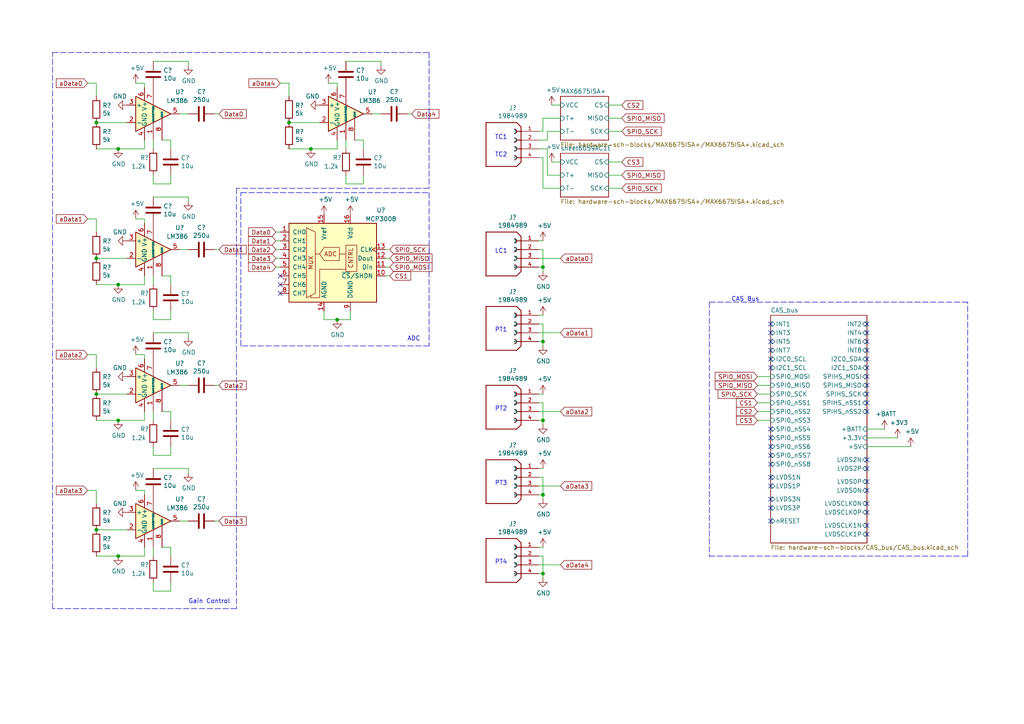
<source format=kicad_sch>
(kicad_sch (version 20211123) (generator eeschema)
  (paper "A4")
  (lib_symbols
    (symbol "Amplifier_Audio:LM386" (pin_names (offset 0.127))
      (property "Reference" "U" (at 1.27 7.62 0))
      (property "Value" "LM386" (at 1.27 5.08 0))
      (symbol "LM386_0_1"
        (polyline (pts (xy 5.08 0) (xy -5.08 5.08) (xy -5.08 -5.08) (xy 5.08 0)) (stroke (width 0.254)) (fill (type background)))
      )
      (symbol "LM386_1_1"
        (pin input line (at 0 -7.62 90) (length 5.08) (name "GAIN") (number "1"))
        (pin input line (at -7.62 -2.54 0) (length 2.54) (name "-") (number "2"))
        (pin input line (at -7.62 2.54 0) (length 2.54) (name "+") (number "3"))
        (pin power_in line (at -2.54 -7.62 90) (length 3.81) (name "GND") (number "4"))
        (pin output line (at 7.62 0 180) (length 2.54) (name "~") (number "5"))
        (pin power_in line (at -2.54 7.62 270) (length 3.81) (name "V+") (number "6"))
        (pin input line (at 0 7.62 270) (length 5.08) (name "BYPASS") (number "7"))
        (pin input line (at 2.54 -7.62 90) (length 6.35) (name "GAIN") (number "8"))
      )
    )
    (symbol "Analog_ADC:MCP3008" (pin_names (offset 1.016))
      (property "Reference" "U" (at -5.08 13.335 0))
      (property "Value" "MCP3008" (at -5.08 11.43 0))
      (symbol "MCP3008_0_0"
        (text "ADC" (at -0.635 1.27 0) (effects (font (size 1.27 1.27))))
        (text "CNTRL" (at 5.969 -2.921 900) (effects (font (size 1.27 1.27)) (justify left bottom)))
        (text "MUX" (at -6.35 -1.27 900) (effects (font (size 1.27 1.27))))
      )
      (symbol "MCP3008_0_1"
        (polyline (pts (xy -3.81 1.27) (xy -5.08 1.27)))
        (polyline (pts (xy 1.905 1.27) (xy 3.81 1.27)))
        (polyline (pts (xy -7.62 8.89) (xy -7.62 -11.43) (xy -5.08 -10.16) (xy -5.08 7.62) (xy -7.62 8.89)))
        (polyline (pts (xy 3.81 -3.175) (xy -3.81 -3.175) (xy -3.81 -11.43) (xy -6.35 -11.43) (xy -6.35 -10.795)))
        (polyline (pts (xy 1.905 3.175) (xy 1.905 -0.635) (xy -2.54 -0.635) (xy -3.81 1.27) (xy -2.54 3.175) (xy 1.905 3.175)))
        (rectangle (start 3.81 -3.81) (end 6.985 3.81))
        (rectangle (start 12.7 -12.7) (end -12.7 10.16) (stroke (width 0.254)) (fill (type background)))
      )
      (symbol "MCP3008_1_1"
        (pin input line (at -15.24 7.62 0) (length 2.54) (name "CH0") (number "1"))
        (pin input line (at 15.24 -5.08 180) (length 2.54) (name "~{CS}/SHDN") (number "10"))
        (pin input line (at 15.24 -2.54 180) (length 2.54) (name "Din") (number "11"))
        (pin output line (at 15.24 0 180) (length 2.54) (name "Dout") (number "12"))
        (pin input clock (at 15.24 2.54 180) (length 2.54) (name "CLK") (number "13"))
        (pin power_in line (at -2.54 -15.24 90) (length 2.54) (name "AGND") (number "14"))
        (pin power_in line (at -2.54 12.7 270) (length 2.54) (name "Vref") (number "15"))
        (pin power_in line (at 5.08 12.7 270) (length 2.54) (name "Vdd") (number "16"))
        (pin input line (at -15.24 5.08 0) (length 2.54) (name "CH1") (number "2"))
        (pin input line (at -15.24 2.54 0) (length 2.54) (name "CH2") (number "3"))
        (pin input line (at -15.24 0 0) (length 2.54) (name "CH3") (number "4"))
        (pin input line (at -15.24 -2.54 0) (length 2.54) (name "CH4") (number "5"))
        (pin input line (at -15.24 -5.08 0) (length 2.54) (name "CH5") (number "6"))
        (pin input line (at -15.24 -7.62 0) (length 2.54) (name "CH6") (number "7"))
        (pin input line (at -15.24 -10.16 0) (length 2.54) (name "CH7") (number "8"))
        (pin power_in line (at 5.08 -15.24 90) (length 2.54) (name "DGND") (number "9"))
      )
    )
    (symbol "Device:C" (pin_numbers hide) (pin_names (offset 0.254))
      (property "Reference" "C" (at 0.635 2.54 0))
      (property "Value" "C" (at 0.635 -2.54 0))
      (symbol "C_0_1"
        (polyline (pts (xy -2.032 -0.762) (xy 2.032 -0.762)) (stroke (width 0.508)))
        (polyline (pts (xy -2.032 0.762) (xy 2.032 0.762)) (stroke (width 0.508)))
      )
      (symbol "C_1_1"
        (pin passive line (at 0 3.81 270) (length 2.794) (name "~") (number "1"))
        (pin passive line (at 0 -3.81 90) (length 2.794) (name "~") (number "2"))
      )
    )
    (symbol "Device:R" (pin_numbers hide) (pin_names (offset 0))
      (property "Reference" "R" (at 2.032 0 90))
      (property "Value" "R" (at 0 0 90))
      (symbol "R_0_1"
        (rectangle (start -1.016 -2.54) (end 1.016 2.54) (stroke (width 0.254)))
      )
      (symbol "R_1_1"
        (pin passive line (at 0 3.81 270) (length 1.27) (name "~") (number "1"))
        (pin passive line (at 0 -3.81 90) (length 1.27) (name "~") (number "2"))
      )
    )
    (symbol "Prop-rescue:1984989-star-common-lib" (pin_names (offset 1.016))
      (property "Reference" "J" (at -5.08 6.35 0))
      (property "Value" "1984989-star-common-lib" (at -5.08 -8.89 0))
      (symbol "1984989-star-common-lib_0_0"
        (polyline (pts (xy -5.08 -7.62) (xy -5.08 5.08)) (stroke (width 0.254)))
        (polyline (pts (xy -5.08 5.08) (xy 3.81 5.08)) (stroke (width 0.254)))
        (polyline (pts (xy 3.81 -7.62) (xy -5.08 -7.62)) (stroke (width 0.254)))
        (polyline (pts (xy 5.08 -6.35) (xy 3.81 -7.62)) (stroke (width 0.254)))
        (polyline (pts (xy 5.08 -5.08) (xy 3.81 -5.08)) (stroke (width 0.254)))
        (polyline (pts (xy 5.08 -2.54) (xy 3.81 -2.54)) (stroke (width 0.254)))
        (polyline (pts (xy 5.08 0) (xy 3.81 0)) (stroke (width 0.254)))
        (polyline (pts (xy 5.08 2.54) (xy 3.81 2.54)) (stroke (width 0.254)))
        (polyline (pts (xy 5.08 2.54) (xy 5.08 -6.35)) (stroke (width 0.254)))
        (polyline (pts (xy 5.08 3.81) (xy 3.81 5.08)) (stroke (width 0.254)))
        (polyline (pts (xy 5.08 3.81) (xy 5.08 2.54)) (stroke (width 0.254)))
        (arc (start 3.175 -5.715) (mid 3.81 -5.08) (end 3.175 -4.445) (stroke (width 0.254)))
        (arc (start 3.175 -3.175) (mid 3.81 -2.54) (end 3.175 -1.905) (stroke (width 0.254)))
        (arc (start 3.175 -0.635) (mid 3.81 0) (end 3.175 0.635) (stroke (width 0.254)))
        (arc (start 3.175 1.905) (mid 3.81 2.54) (end 3.175 3.175) (stroke (width 0.254)))
        (pin passive line (at 10.16 2.54 180) (length 5.08) (name "1") (number "1"))
        (pin passive line (at 10.16 0 180) (length 5.08) (name "2") (number "2"))
        (pin passive line (at 10.16 -2.54 180) (length 5.08) (name "3") (number "3"))
        (pin passive line (at 10.16 -5.08 180) (length 5.08) (name "4") (number "4"))
      )
    )
    (symbol "power:+3V3" (power) (pin_names (offset 0))
      (property "Value" "+3V3" (at 0 3.556 0))
      (symbol "+3V3_0_1"
        (polyline (pts (xy -0.762 1.27) (xy 0 2.54)))
        (polyline (pts (xy 0 0) (xy 0 2.54)))
        (polyline (pts (xy 0 2.54) (xy 0.762 1.27)))
      )
      (symbol "+3V3_1_1"
        (pin power_in line (at 0 0 90) (length 0) hide (name "+3V3") (number "1"))
      )
    )
    (symbol "power:+5V" (power) (pin_names (offset 0))
      (property "Value" "+5V" (at 0 3.556 0))
      (symbol "+5V_0_1"
        (polyline (pts (xy -0.762 1.27) (xy 0 2.54)))
        (polyline (pts (xy 0 0) (xy 0 2.54)))
        (polyline (pts (xy 0 2.54) (xy 0.762 1.27)))
      )
      (symbol "+5V_1_1"
        (pin power_in line (at 0 0 90) (length 0) hide (name "+5V") (number "1"))
      )
    )
    (symbol "power:+BATT" (power) (pin_names (offset 0))
      (property "Value" "+BATT" (at 0 3.556 0))
      (symbol "+BATT_0_1"
        (polyline (pts (xy -0.762 1.27) (xy 0 2.54)))
        (polyline (pts (xy 0 0) (xy 0 2.54)))
        (polyline (pts (xy 0 2.54) (xy 0.762 1.27)))
      )
      (symbol "+BATT_1_1"
        (pin power_in line (at 0 0 90) (length 0) hide (name "+BATT") (number "1"))
      )
    )
    (symbol "power:GND" (power) (pin_names (offset 0))
      (property "Value" "GND" (at 0 -3.81 0))
      (symbol "GND_0_1"
        (polyline (pts (xy 0 0) (xy 0 -1.27) (xy 1.27 -1.27) (xy 0 -2.54) (xy -1.27 -1.27) (xy 0 -1.27)))
      )
      (symbol "GND_1_1"
        (pin power_in line (at 0 0 270) (length 0) hide (name "GND") (number "1"))
      )
    )
  )
  (junction (at 27.94 35.56))
  (junction (at 27.94 74.93))
  (junction (at 34.29 43.18))
  (junction (at 97.79 92.71))
  (junction (at 90.17 43.18))
  (junction (at 34.29 121.92))
  (junction (at 157.48 166.37))
  (junction (at 157.48 77.47))
  (junction (at 157.48 99.06))
  (junction (at 34.29 82.55))
  (junction (at 27.94 153.67))
  (junction (at 27.94 114.3))
  (junction (at 83.82 35.56))
  (junction (at 34.29 161.29))
  (junction (at 157.48 143.51))
  (junction (at 157.48 121.92))
  (no_connect (at 251.46 104.14))
  (no_connect (at 223.52 138.43))
  (no_connect (at 223.52 129.54))
  (no_connect (at 223.52 144.78))
  (no_connect (at 251.46 101.6))
  (no_connect (at 223.52 93.98))
  (no_connect (at 223.52 96.52))
  (no_connect (at 251.46 142.24))
  (no_connect (at 223.52 151.13))
  (no_connect (at 81.28 85.09))
  (no_connect (at 251.46 116.84))
  (no_connect (at 251.46 154.94))
  (no_connect (at 251.46 139.7))
  (no_connect (at 81.28 82.55))
  (no_connect (at 223.52 124.46))
  (no_connect (at 223.52 127))
  (no_connect (at 251.46 96.52))
  (no_connect (at 251.46 111.76))
  (no_connect (at 223.52 132.08))
  (no_connect (at 223.52 147.32))
  (no_connect (at 81.28 80.01))
  (no_connect (at 223.52 140.97))
  (no_connect (at 223.52 134.62))
  (no_connect (at 251.46 99.06))
  (no_connect (at 251.46 109.22))
  (no_connect (at 251.46 133.35))
  (no_connect (at 251.46 93.98))
  (no_connect (at 223.52 99.06))
  (no_connect (at 223.52 104.14))
  (no_connect (at 251.46 148.59))
  (no_connect (at 223.52 101.6))
  (no_connect (at 251.46 135.89))
  (no_connect (at 251.46 119.38))
  (no_connect (at 251.46 106.68))
  (no_connect (at 251.46 114.3))
  (no_connect (at 251.46 146.05))
  (no_connect (at 251.46 152.4))
  (no_connect (at 223.52 106.68))
  (wire (pts (xy 39.37 102.87) (xy 41.91 102.87)))
  (polyline (pts (xy 124.46 55.88) (xy 124.46 100.33)))
  (wire (pts (xy 80.01 72.39) (xy 81.28 72.39)))
  (wire (pts (xy 157.48 114.3) (xy 156.21 114.3)))
  (wire (pts (xy 49.53 119.38) (xy 49.53 121.92)))
  (wire (pts (xy 219.71 114.3) (xy 223.52 114.3)))
  (wire (pts (xy 54.61 58.42) (xy 54.61 57.15)))
  (wire (pts (xy 41.91 121.92) (xy 34.29 121.92)))
  (wire (pts (xy 156.21 119.38) (xy 162.56 119.38)))
  (wire (pts (xy 156.21 121.92) (xy 157.48 121.92)))
  (wire (pts (xy 27.94 161.29) (xy 34.29 161.29)))
  (wire (pts (xy 176.53 38.1) (xy 180.34 38.1)))
  (wire (pts (xy 162.56 38.1) (xy 158.75 38.1)))
  (wire (pts (xy 156.21 96.52) (xy 162.56 96.52)))
  (wire (pts (xy 158.75 50.8) (xy 162.56 50.8)))
  (polyline (pts (xy 68.58 176.53) (xy 15.24 176.53)))
  (wire (pts (xy 62.23 33.02) (xy 63.5 33.02)))
  (wire (pts (xy 54.61 151.13) (xy 52.07 151.13)))
  (wire (pts (xy 176.53 50.8) (xy 180.34 50.8)))
  (wire (pts (xy 54.61 137.16) (xy 54.61 135.89)))
  (wire (pts (xy 49.53 90.17) (xy 49.53 92.71)))
  (wire (pts (xy 27.94 35.56) (xy 36.83 35.56)))
  (wire (pts (xy 156.21 43.18) (xy 158.75 43.18)))
  (wire (pts (xy 27.94 24.13) (xy 25.4 24.13)))
  (wire (pts (xy 219.71 116.84) (xy 223.52 116.84)))
  (wire (pts (xy 41.91 40.64) (xy 41.91 43.18)))
  (wire (pts (xy 27.94 63.5) (xy 27.94 67.31)))
  (wire (pts (xy 54.61 72.39) (xy 52.07 72.39)))
  (polyline (pts (xy 124.46 15.24) (xy 124.46 54.61)))
  (wire (pts (xy 27.94 74.93) (xy 36.83 74.93)))
  (wire (pts (xy 54.61 97.79) (xy 54.61 96.52)))
  (wire (pts (xy 264.16 129.54) (xy 251.46 129.54)))
  (wire (pts (xy 111.76 80.01) (xy 113.03 80.01)))
  (wire (pts (xy 54.61 57.15) (xy 44.45 57.15)))
  (wire (pts (xy 39.37 63.5) (xy 41.91 63.5)))
  (wire (pts (xy 157.48 167.64) (xy 157.48 166.37)))
  (wire (pts (xy 219.71 109.22) (xy 223.52 109.22)))
  (wire (pts (xy 156.21 99.06) (xy 157.48 99.06)))
  (wire (pts (xy 157.48 77.47) (xy 157.48 72.39)))
  (wire (pts (xy 44.45 132.08) (xy 44.45 129.54)))
  (wire (pts (xy 110.49 19.05) (xy 110.49 17.78)))
  (wire (pts (xy 157.48 116.84) (xy 156.21 116.84)))
  (wire (pts (xy 251.46 124.46) (xy 256.54 124.46)))
  (wire (pts (xy 110.49 33.02) (xy 107.95 33.02)))
  (polyline (pts (xy 69.85 55.88) (xy 124.46 55.88)))
  (wire (pts (xy 176.53 54.61) (xy 180.34 54.61)))
  (wire (pts (xy 156.21 74.93) (xy 162.56 74.93)))
  (wire (pts (xy 41.91 142.24) (xy 41.91 143.51)))
  (wire (pts (xy 54.61 96.52) (xy 44.45 96.52)))
  (wire (pts (xy 41.91 24.13) (xy 41.91 25.4)))
  (wire (pts (xy 157.48 100.33) (xy 157.48 99.06)))
  (polyline (pts (xy 280.67 87.63) (xy 205.74 87.63)))
  (wire (pts (xy 27.94 43.18) (xy 34.29 43.18)))
  (wire (pts (xy 219.71 111.76) (xy 223.52 111.76)))
  (wire (pts (xy 97.79 24.13) (xy 97.79 25.4)))
  (wire (pts (xy 157.48 158.75) (xy 156.21 158.75)))
  (polyline (pts (xy 69.85 100.33) (xy 69.85 55.88)))
  (wire (pts (xy 156.21 143.51) (xy 157.48 143.51)))
  (wire (pts (xy 157.48 166.37) (xy 157.48 161.29)))
  (wire (pts (xy 54.61 135.89) (xy 44.45 135.89)))
  (wire (pts (xy 49.53 50.8) (xy 49.53 53.34)))
  (wire (pts (xy 219.71 119.38) (xy 223.52 119.38)))
  (wire (pts (xy 39.37 24.13) (xy 41.91 24.13)))
  (wire (pts (xy 62.23 72.39) (xy 63.5 72.39)))
  (wire (pts (xy 156.21 140.97) (xy 162.56 140.97)))
  (wire (pts (xy 100.33 43.18) (xy 100.33 40.64)))
  (wire (pts (xy 97.79 92.71) (xy 101.6 92.71)))
  (wire (pts (xy 44.45 43.18) (xy 44.45 40.64)))
  (wire (pts (xy 39.37 142.24) (xy 41.91 142.24)))
  (wire (pts (xy 49.53 40.64) (xy 49.53 43.18)))
  (wire (pts (xy 83.82 35.56) (xy 92.71 35.56)))
  (wire (pts (xy 157.48 69.85) (xy 156.21 69.85)))
  (wire (pts (xy 157.48 38.1) (xy 157.48 34.29)))
  (wire (pts (xy 160.02 46.99) (xy 162.56 46.99)))
  (wire (pts (xy 49.53 80.01) (xy 49.53 82.55)))
  (wire (pts (xy 27.94 142.24) (xy 25.4 142.24)))
  (wire (pts (xy 80.01 74.93) (xy 81.28 74.93)))
  (polyline (pts (xy 124.46 100.33) (xy 69.85 100.33)))
  (wire (pts (xy 49.53 129.54) (xy 49.53 132.08)))
  (wire (pts (xy 46.99 119.38) (xy 49.53 119.38)))
  (wire (pts (xy 110.49 17.78) (xy 100.33 17.78)))
  (wire (pts (xy 27.94 24.13) (xy 27.94 27.94)))
  (wire (pts (xy 105.41 53.34) (xy 100.33 53.34)))
  (wire (pts (xy 41.91 43.18) (xy 34.29 43.18)))
  (wire (pts (xy 157.48 99.06) (xy 157.48 93.98)))
  (wire (pts (xy 27.94 142.24) (xy 27.94 146.05)))
  (wire (pts (xy 157.48 93.98) (xy 156.21 93.98)))
  (wire (pts (xy 156.21 45.72) (xy 157.48 45.72)))
  (wire (pts (xy 44.45 53.34) (xy 44.45 50.8)))
  (wire (pts (xy 54.61 33.02) (xy 52.07 33.02)))
  (wire (pts (xy 111.76 74.93) (xy 113.03 74.93)))
  (wire (pts (xy 157.48 72.39) (xy 156.21 72.39)))
  (wire (pts (xy 80.01 67.31) (xy 81.28 67.31)))
  (wire (pts (xy 176.53 46.99) (xy 180.34 46.99)))
  (wire (pts (xy 160.02 30.48) (xy 162.56 30.48)))
  (wire (pts (xy 49.53 92.71) (xy 44.45 92.71)))
  (wire (pts (xy 27.94 102.87) (xy 27.94 106.68)))
  (wire (pts (xy 49.53 171.45) (xy 44.45 171.45)))
  (polyline (pts (xy 124.46 54.61) (xy 68.58 54.61)))
  (wire (pts (xy 27.94 63.5) (xy 25.4 63.5)))
  (polyline (pts (xy 205.74 87.63) (xy 205.74 161.29)))
  (wire (pts (xy 97.79 92.71) (xy 93.98 92.71)))
  (wire (pts (xy 118.11 33.02) (xy 119.38 33.02)))
  (wire (pts (xy 111.76 72.39) (xy 113.03 72.39)))
  (wire (pts (xy 97.79 40.64) (xy 97.79 43.18)))
  (wire (pts (xy 157.48 54.61) (xy 162.56 54.61)))
  (wire (pts (xy 80.01 77.47) (xy 81.28 77.47)))
  (wire (pts (xy 157.48 161.29) (xy 156.21 161.29)))
  (wire (pts (xy 157.48 143.51) (xy 157.48 138.43)))
  (wire (pts (xy 157.48 123.19) (xy 157.48 121.92)))
  (wire (pts (xy 49.53 53.34) (xy 44.45 53.34)))
  (wire (pts (xy 46.99 158.75) (xy 49.53 158.75)))
  (wire (pts (xy 62.23 111.76) (xy 63.5 111.76)))
  (wire (pts (xy 54.61 17.78) (xy 44.45 17.78)))
  (wire (pts (xy 156.21 77.47) (xy 157.48 77.47)))
  (polyline (pts (xy 15.24 176.53) (xy 15.24 15.24)))
  (polyline (pts (xy 15.24 15.24) (xy 124.46 15.24)))
  (wire (pts (xy 157.48 78.74) (xy 157.48 77.47)))
  (wire (pts (xy 157.48 144.78) (xy 157.48 143.51)))
  (wire (pts (xy 111.76 77.47) (xy 113.03 77.47)))
  (wire (pts (xy 27.94 102.87) (xy 25.4 102.87)))
  (wire (pts (xy 49.53 168.91) (xy 49.53 171.45)))
  (wire (pts (xy 41.91 158.75) (xy 41.91 161.29)))
  (wire (pts (xy 95.25 24.13) (xy 97.79 24.13)))
  (wire (pts (xy 41.91 82.55) (xy 34.29 82.55)))
  (wire (pts (xy 83.82 43.18) (xy 90.17 43.18)))
  (wire (pts (xy 46.99 40.64) (xy 49.53 40.64)))
  (wire (pts (xy 44.45 161.29) (xy 44.45 158.75)))
  (wire (pts (xy 41.91 119.38) (xy 41.91 121.92)))
  (wire (pts (xy 176.53 34.29) (xy 180.34 34.29)))
  (wire (pts (xy 44.45 92.71) (xy 44.45 90.17)))
  (wire (pts (xy 156.21 163.83) (xy 162.56 163.83)))
  (wire (pts (xy 219.71 121.92) (xy 223.52 121.92)))
  (wire (pts (xy 83.82 24.13) (xy 81.28 24.13)))
  (wire (pts (xy 105.41 40.64) (xy 105.41 43.18)))
  (wire (pts (xy 157.48 121.92) (xy 157.48 116.84)))
  (wire (pts (xy 27.94 153.67) (xy 36.83 153.67)))
  (wire (pts (xy 157.48 34.29) (xy 162.56 34.29)))
  (wire (pts (xy 93.98 92.71) (xy 93.98 90.17)))
  (wire (pts (xy 49.53 132.08) (xy 44.45 132.08)))
  (wire (pts (xy 100.33 53.34) (xy 100.33 50.8)))
  (wire (pts (xy 97.79 43.18) (xy 90.17 43.18)))
  (wire (pts (xy 44.45 171.45) (xy 44.45 168.91)))
  (wire (pts (xy 46.99 80.01) (xy 49.53 80.01)))
  (wire (pts (xy 27.94 82.55) (xy 34.29 82.55)))
  (polyline (pts (xy 280.67 161.29) (xy 280.67 87.63)))
  (wire (pts (xy 44.45 121.92) (xy 44.45 119.38)))
  (wire (pts (xy 54.61 19.05) (xy 54.61 17.78)))
  (wire (pts (xy 44.45 82.55) (xy 44.45 80.01)))
  (wire (pts (xy 41.91 80.01) (xy 41.91 82.55)))
  (wire (pts (xy 102.87 40.64) (xy 105.41 40.64)))
  (wire (pts (xy 41.91 102.87) (xy 41.91 104.14)))
  (wire (pts (xy 158.75 40.64) (xy 156.21 40.64)))
  (wire (pts (xy 157.48 45.72) (xy 157.48 54.61)))
  (wire (pts (xy 157.48 138.43) (xy 156.21 138.43)))
  (wire (pts (xy 41.91 161.29) (xy 34.29 161.29)))
  (wire (pts (xy 62.23 151.13) (xy 63.5 151.13)))
  (wire (pts (xy 80.01 69.85) (xy 81.28 69.85)))
  (wire (pts (xy 176.53 30.48) (xy 180.34 30.48)))
  (polyline (pts (xy 68.58 54.61) (xy 68.58 176.53)))
  (wire (pts (xy 157.48 135.89) (xy 156.21 135.89)))
  (wire (pts (xy 156.21 166.37) (xy 157.48 166.37)))
  (wire (pts (xy 156.21 38.1) (xy 157.48 38.1)))
  (wire (pts (xy 158.75 38.1) (xy 158.75 40.64)))
  (wire (pts (xy 260.35 127) (xy 251.46 127)))
  (wire (pts (xy 27.94 114.3) (xy 36.83 114.3)))
  (wire (pts (xy 49.53 158.75) (xy 49.53 161.29)))
  (wire (pts (xy 101.6 92.71) (xy 101.6 90.17)))
  (polyline (pts (xy 205.74 161.29) (xy 280.67 161.29)))
  (wire (pts (xy 83.82 24.13) (xy 83.82 27.94)))
  (wire (pts (xy 105.41 50.8) (xy 105.41 53.34)))
  (wire (pts (xy 27.94 121.92) (xy 34.29 121.92)))
  (wire (pts (xy 54.61 111.76) (xy 52.07 111.76)))
  (wire (pts (xy 41.91 63.5) (xy 41.91 64.77)))
  (wire (pts (xy 158.75 43.18) (xy 158.75 50.8)))
  (wire (pts (xy 157.48 91.44) (xy 156.21 91.44)))
  (text "Gain Control" (at 54.61 175.26 0) (effects (font (size 1.27 1.27)) (justify left bottom)))
  (text "PT3" (at 143.51 140.97 0) (effects (font (size 1.27 1.27)) (justify left bottom)))
  (text "PT2" (at 143.51 119.38 0) (effects (font (size 1.27 1.27)) (justify left bottom)))
  (text "CAS Bus" (at 212.09 87.63 0) (effects (font (size 1.27 1.27)) (justify left bottom)))
  (text "PT4" (at 143.51 163.83 0) (effects (font (size 1.27 1.27)) (justify left bottom)))
  (text "LC1" (at 143.51 73.66 0) (effects (font (size 1.27 1.27)) (justify left bottom)))
  (text "PT1" (at 143.51 96.52 0) (effects (font (size 1.27 1.27)) (justify left bottom)))
  (text "TC1" (at 143.51 40.64 0) (effects (font (size 1.27 1.27)) (justify left bottom)))
  (text "ADC" (at 118.11 99.06 0) (effects (font (size 1.27 1.27)) (justify left bottom)))
  (text "TC2" (at 143.51 45.72 0) (effects (font (size 1.27 1.27)) (justify left bottom)))
  (global_label "SPI0_MISO" (shape input) (at 113.03 74.93 0) (property "Intersheet References" "${INTERSHEET_REFS}" (effects hide)))
  (global_label "Data4" (shape input) (at 80.01 77.47 180) (property "Intersheet References" "${INTERSHEET_REFS}" (effects hide)))
  (global_label "Data0" (shape input) (at 63.5 33.02 0) (property "Intersheet References" "${INTERSHEET_REFS}" (effects hide)))
  (global_label "aData4" (shape input) (at 81.28 24.13 180) (property "Intersheet References" "${INTERSHEET_REFS}" (effects hide)))
  (global_label "Data1" (shape input) (at 63.5 72.39 0) (property "Intersheet References" "${INTERSHEET_REFS}" (effects hide)))
  (global_label "SPI0_MISO" (shape input) (at 180.34 50.8 0) (property "Intersheet References" "${INTERSHEET_REFS}" (effects hide)))
  (global_label "aData4" (shape input) (at 162.56 163.83 0) (property "Intersheet References" "${INTERSHEET_REFS}" (effects hide)))
  (global_label "SPI0_SCK" (shape input) (at 180.34 38.1 0) (property "Intersheet References" "${INTERSHEET_REFS}" (effects hide)))
  (global_label "Data3" (shape input) (at 80.01 74.93 180) (property "Intersheet References" "${INTERSHEET_REFS}" (effects hide)))
  (global_label "SPI0_SCK" (shape input) (at 113.03 72.39 0) (property "Intersheet References" "${INTERSHEET_REFS}" (effects hide)))
  (global_label "Data0" (shape input) (at 80.01 67.31 180) (property "Intersheet References" "${INTERSHEET_REFS}" (effects hide)))
  (global_label "aData3" (shape input) (at 162.56 140.97 0) (property "Intersheet References" "${INTERSHEET_REFS}" (effects hide)))
  (global_label "Data3" (shape input) (at 63.5 151.13 0) (property "Intersheet References" "${INTERSHEET_REFS}" (effects hide)))
  (global_label "SPI0_MOSI" (shape input) (at 113.03 77.47 0) (property "Intersheet References" "${INTERSHEET_REFS}" (effects hide)))
  (global_label "aData0" (shape input) (at 162.56 74.93 0) (property "Intersheet References" "${INTERSHEET_REFS}" (effects hide)))
  (global_label "aData2" (shape input) (at 162.56 119.38 0) (property "Intersheet References" "${INTERSHEET_REFS}" (effects hide)))
  (global_label "Data1" (shape input) (at 80.01 69.85 180) (property "Intersheet References" "${INTERSHEET_REFS}" (effects hide)))
  (global_label "Data2" (shape input) (at 63.5 111.76 0) (property "Intersheet References" "${INTERSHEET_REFS}" (effects hide)))
  (global_label "CS2" (shape input) (at 219.71 119.38 180) (property "Intersheet References" "${INTERSHEET_REFS}" (effects hide)))
  (global_label "CS1" (shape input) (at 113.03 80.01 0) (property "Intersheet References" "${INTERSHEET_REFS}" (effects hide)))
  (global_label "SPI0_SCK" (shape input) (at 180.34 54.61 0) (property "Intersheet References" "${INTERSHEET_REFS}" (effects hide)))
  (global_label "SPI0_MOSI" (shape input) (at 219.71 109.22 180) (property "Intersheet References" "${INTERSHEET_REFS}" (effects hide)))
  (global_label "aData1" (shape input) (at 25.4 63.5 180) (property "Intersheet References" "${INTERSHEET_REFS}" (effects hide)))
  (global_label "CS3" (shape input) (at 180.34 46.99 0) (property "Intersheet References" "${INTERSHEET_REFS}" (effects hide)))
  (global_label "aData3" (shape input) (at 25.4 142.24 180) (property "Intersheet References" "${INTERSHEET_REFS}" (effects hide)))
  (global_label "CS3" (shape input) (at 219.71 121.92 180) (property "Intersheet References" "${INTERSHEET_REFS}" (effects hide)))
  (global_label "aData1" (shape input) (at 162.56 96.52 0) (property "Intersheet References" "${INTERSHEET_REFS}" (effects hide)))
  (global_label "Data4" (shape input) (at 119.38 33.02 0) (property "Intersheet References" "${INTERSHEET_REFS}" (effects hide)))
  (global_label "SPI0_MISO" (shape input) (at 219.71 111.76 180) (property "Intersheet References" "${INTERSHEET_REFS}" (effects hide)))
  (global_label "Data2" (shape input) (at 80.01 72.39 180) (property "Intersheet References" "${INTERSHEET_REFS}" (effects hide)))
  (global_label "aData0" (shape input) (at 25.4 24.13 180) (property "Intersheet References" "${INTERSHEET_REFS}" (effects hide)))
  (global_label "CS1" (shape input) (at 219.71 116.84 180) (property "Intersheet References" "${INTERSHEET_REFS}" (effects hide)))
  (global_label "CS2" (shape input) (at 180.34 30.48 0) (property "Intersheet References" "${INTERSHEET_REFS}" (effects hide)))
  (global_label "SPI0_SCK" (shape input) (at 219.71 114.3 180) (property "Intersheet References" "${INTERSHEET_REFS}" (effects hide)))
  (global_label "SPI0_MISO" (shape input) (at 180.34 34.29 0) (property "Intersheet References" "${INTERSHEET_REFS}" (effects hide)))
  (global_label "aData2" (shape input) (at 25.4 102.87 180) (property "Intersheet References" "${INTERSHEET_REFS}" (effects hide)))
  (symbol (lib_id "Prop-rescue:1984989-star-common-lib") (at 146.05 72.39 0) (unit 1)
    (property "Reference" "J?" (at 148.717 63.0682 0))
    (property "Value" "1984989" (at 148.717 65.3796 0))
    (property "Footprint" "star-common-lib:PHOENIX_1984989" (effects hide))
    (property "Datasheet" "https://media.digikey.com/pdf/Data%20Sheets/Phoenix%20Contact%20PDFs/COMBICON%20Spring-Cage%20PCB%20Term.%20Blocks.pdf" (effects hide))
    (property "MAXIMUM_PACKAGE_HEIGHT" "13.1mm" (effects hide))
    (property "MANUFACTURER" "Phoenix Contact" (effects hide))
    (property "PARTREV" "2018-11-03" (effects hide))
    (property "STANDARD" "Manufacturer recommendations" (effects hide))
  )
  (symbol (lib_id "power:+5V") (at 160.02 30.48 0) (unit 1)
    (property "Reference" "#PWR?" (effects hide))
    (property "Value" "+5V" (at 160.401 26.0858 0))
  )
  (symbol (lib_id "power:+5V") (at 39.37 102.87 0) (unit 1)
    (property "Reference" "#PWR?" (effects hide))
    (property "Value" "+5V" (at 39.751 98.4758 0))
  )
  (symbol (lib_id "power:+3V3") (at 260.35 127 0) (unit 1)
    (property "Reference" "#PWR?" (effects hide))
    (property "Value" "+3V3" (at 260.731 122.6058 0))
  )
  (symbol (lib_id "power:GND") (at 36.83 69.85 270) (unit 1)
    (property "Reference" "#PWR?" (effects hide))
    (property "Value" "GND" (at 36.83 67.31 90) (effects (justify right)))
  )
  (symbol (lib_id "power:GND") (at 54.61 58.42 0) (unit 1)
    (property "Reference" "#PWR?" (effects hide))
    (property "Value" "GND" (at 54.737 62.8142 0))
  )
  (symbol (lib_id "Device:C") (at 58.42 33.02 270) (unit 1)
    (property "Reference" "C?" (at 58.42 26.6192 90))
    (property "Value" "250u" (at 58.42 28.9306 90))
    (property "Footprint" "Capacitor_SMD:C_0603_1608Metric" (effects hide))
  )
  (symbol (lib_id "Device:R") (at 44.45 86.36 0) (unit 1)
    (property "Reference" "R?" (at 40.64 85.09 0) (effects (justify left)))
    (property "Value" "1.2k" (at 38.1 87.63 0) (effects (justify left)))
    (property "Footprint" "Resistor_SMD:R_0603_1608Metric" (effects hide))
  )
  (symbol (lib_id "Device:R") (at 27.94 118.11 0) (unit 1)
    (property "Reference" "R?" (at 29.718 116.9416 0) (effects (justify left)))
    (property "Value" "5k" (at 29.718 119.253 0) (effects (justify left)))
    (property "Footprint" "Resistor_SMD:R_0603_1608Metric" (effects hide))
  )
  (symbol (lib_id "Device:C") (at 100.33 21.59 0) (unit 1)
    (property "Reference" "C?" (at 103.251 20.4216 0) (effects (justify left)))
    (property "Value" "10u" (at 103.251 22.733 0) (effects (justify left)))
    (property "Footprint" "Capacitor_SMD:C_0603_1608Metric" (effects hide))
  )
  (symbol (lib_id "Device:R") (at 27.94 78.74 0) (unit 1)
    (property "Reference" "R?" (at 29.718 77.5716 0) (effects (justify left)))
    (property "Value" "5k" (at 29.718 79.883 0) (effects (justify left)))
    (property "Footprint" "Resistor_SMD:R_0603_1608Metric" (effects hide))
  )
  (symbol (lib_id "Device:R") (at 27.94 149.86 0) (unit 1)
    (property "Reference" "R?" (at 29.718 148.6916 0) (effects (justify left)))
    (property "Value" "5k" (at 29.718 151.003 0) (effects (justify left)))
    (property "Footprint" "Resistor_SMD:R_0603_1608Metric" (effects hide))
  )
  (symbol (lib_id "Device:C") (at 49.53 86.36 0) (unit 1)
    (property "Reference" "C?" (at 52.451 85.1916 0) (effects (justify left)))
    (property "Value" "10u" (at 52.451 87.503 0) (effects (justify left)))
    (property "Footprint" "Capacitor_SMD:C_0603_1608Metric" (effects hide))
  )
  (symbol (lib_id "Device:C") (at 44.45 100.33 0) (unit 1)
    (property "Reference" "C?" (at 47.371 99.1616 0) (effects (justify left)))
    (property "Value" "10u" (at 47.371 101.473 0) (effects (justify left)))
    (property "Footprint" "Capacitor_SMD:C_0603_1608Metric" (effects hide))
  )
  (symbol (lib_id "Device:C") (at 49.53 46.99 0) (unit 1)
    (property "Reference" "C?" (at 52.451 45.8216 0) (effects (justify left)))
    (property "Value" "10u" (at 52.451 48.133 0) (effects (justify left)))
    (property "Footprint" "Capacitor_SMD:C_0603_1608Metric" (effects hide))
  )
  (symbol (lib_id "power:+5V") (at 157.48 114.3 0) (unit 1)
    (property "Reference" "#PWR?" (effects hide))
    (property "Value" "+5V" (at 157.861 109.9058 0))
  )
  (symbol (lib_id "power:+5V") (at 93.98 62.23 0) (unit 1)
    (property "Reference" "#PWR?" (effects hide))
    (property "Value" "+5V" (at 94.361 57.8358 0))
  )
  (symbol (lib_id "power:GND") (at 34.29 43.18 0) (unit 1)
    (property "Reference" "#PWR?" (effects hide))
    (property "Value" "GND" (at 34.417 47.5742 0))
  )
  (symbol (lib_id "Device:R") (at 27.94 157.48 0) (unit 1)
    (property "Reference" "R?" (at 29.718 156.3116 0) (effects (justify left)))
    (property "Value" "5k" (at 29.718 158.623 0) (effects (justify left)))
    (property "Footprint" "Resistor_SMD:R_0603_1608Metric" (effects hide))
  )
  (symbol (lib_id "power:+5V") (at 101.6 62.23 0) (unit 1)
    (property "Reference" "#PWR?" (effects hide))
    (property "Value" "+5V" (at 101.981 57.8358 0))
  )
  (symbol (lib_id "Device:R") (at 44.45 125.73 0) (unit 1)
    (property "Reference" "R?" (at 40.64 124.46 0) (effects (justify left)))
    (property "Value" "1.2k" (at 38.1 127 0) (effects (justify left)))
    (property "Footprint" "Resistor_SMD:R_0603_1608Metric" (effects hide))
  )
  (symbol (lib_id "Device:R") (at 27.94 110.49 0) (unit 1)
    (property "Reference" "R?" (at 29.718 109.3216 0) (effects (justify left)))
    (property "Value" "5k" (at 29.718 111.633 0) (effects (justify left)))
    (property "Footprint" "Resistor_SMD:R_0603_1608Metric" (effects hide))
  )
  (symbol (lib_id "Analog_ADC:MCP3008") (at 96.52 74.93 0) (unit 1)
    (property "Reference" "U?" (at 110.49 60.96 0))
    (property "Value" "MCP3008" (at 110.49 63.5 0))
    (property "Footprint" "Package_SO:SOIC-16_3.9x9.9mm_P1.27mm" (effects hide))
    (property "Datasheet" "http://ww1.microchip.com/downloads/en/DeviceDoc/21295d.pdf" (effects hide))
  )
  (symbol (lib_id "power:GND") (at 54.61 97.79 0) (unit 1)
    (property "Reference" "#PWR?" (effects hide))
    (property "Value" "GND" (at 54.737 102.1842 0))
  )
  (symbol (lib_id "Device:R") (at 27.94 31.75 0) (unit 1)
    (property "Reference" "R?" (at 29.718 30.5816 0) (effects (justify left)))
    (property "Value" "5k" (at 29.718 32.893 0) (effects (justify left)))
    (property "Footprint" "Resistor_SMD:R_0603_1608Metric" (effects hide))
  )
  (symbol (lib_id "power:GND") (at 36.83 148.59 270) (unit 1)
    (property "Reference" "#PWR?" (effects hide))
    (property "Value" "GND" (at 36.83 146.05 90) (effects (justify right)))
  )
  (symbol (lib_id "power:GND") (at 54.61 19.05 0) (unit 1)
    (property "Reference" "#PWR?" (effects hide))
    (property "Value" "GND" (at 54.737 23.4442 0))
  )
  (symbol (lib_id "power:+5V") (at 264.16 129.54 0) (unit 1)
    (property "Reference" "#PWR?" (effects hide))
    (property "Value" "+5V" (at 264.541 125.1458 0))
  )
  (symbol (lib_id "Device:R") (at 27.94 39.37 0) (unit 1)
    (property "Reference" "R?" (at 29.718 38.2016 0) (effects (justify left)))
    (property "Value" "5k" (at 29.718 40.513 0) (effects (justify left)))
    (property "Footprint" "Resistor_SMD:R_0603_1608Metric" (effects hide))
  )
  (symbol (lib_id "power:GND") (at 34.29 121.92 0) (unit 1)
    (property "Reference" "#PWR?" (effects hide))
    (property "Value" "GND" (at 34.417 126.3142 0))
  )
  (symbol (lib_id "Prop-rescue:1984989-star-common-lib") (at 146.05 40.64 0) (unit 1)
    (property "Reference" "J?" (at 148.717 31.3182 0))
    (property "Value" "1984989" (at 148.717 33.6296 0))
    (property "Footprint" "star-common-lib:PHOENIX_1984989" (effects hide))
    (property "Datasheet" "https://media.digikey.com/pdf/Data%20Sheets/Phoenix%20Contact%20PDFs/COMBICON%20Spring-Cage%20PCB%20Term.%20Blocks.pdf" (effects hide))
    (property "MAXIMUM_PACKAGE_HEIGHT" "13.1mm" (effects hide))
    (property "MANUFACTURER" "Phoenix Contact" (effects hide))
    (property "PARTREV" "2018-11-03" (effects hide))
    (property "STANDARD" "Manufacturer recommendations" (effects hide))
  )
  (symbol (lib_id "power:GND") (at 157.48 123.19 0) (unit 1)
    (property "Reference" "#PWR?" (effects hide))
    (property "Value" "GND" (at 157.607 127.5842 0))
  )
  (symbol (lib_id "power:+5V") (at 157.48 158.75 0) (unit 1)
    (property "Reference" "#PWR?" (effects hide))
    (property "Value" "+5V" (at 157.861 154.3558 0))
  )
  (symbol (lib_id "power:GND") (at 34.29 82.55 0) (unit 1)
    (property "Reference" "#PWR?" (effects hide))
    (property "Value" "GND" (at 34.417 86.9442 0))
  )
  (symbol (lib_id "power:GND") (at 157.48 144.78 0) (unit 1)
    (property "Reference" "#PWR?" (effects hide))
    (property "Value" "GND" (at 157.607 149.1742 0))
  )
  (symbol (lib_id "power:GND") (at 157.48 167.64 0) (unit 1)
    (property "Reference" "#PWR?" (effects hide))
    (property "Value" "GND" (at 157.607 172.0342 0))
  )
  (symbol (lib_id "power:GND") (at 54.61 137.16 0) (unit 1)
    (property "Reference" "#PWR?" (effects hide))
    (property "Value" "GND" (at 54.737 141.5542 0))
  )
  (symbol (lib_id "power:+5V") (at 39.37 24.13 0) (unit 1)
    (property "Reference" "#PWR?" (effects hide))
    (property "Value" "+5V" (at 39.751 19.7358 0))
  )
  (symbol (lib_id "power:GND") (at 97.79 92.71 0) (unit 1)
    (property "Reference" "#PWR?" (effects hide))
    (property "Value" "GND" (at 97.917 97.1042 0))
  )
  (symbol (lib_id "Amplifier_Audio:LM386") (at 44.45 151.13 0) (unit 1)
    (property "Reference" "U?" (at 50.8 144.78 0) (effects (justify left)))
    (property "Value" "LM386" (at 48.26 147.32 0) (effects (justify left)))
    (property "Footprint" "Package_SO:SOIC-8_3.9x4.9mm_P1.27mm" (effects hide))
    (property "Datasheet" "http://www.ti.com/lit/ds/symlink/lm386.pdf" (effects hide))
  )
  (symbol (lib_id "Device:C") (at 44.45 139.7 0) (unit 1)
    (property "Reference" "C?" (at 47.371 138.5316 0) (effects (justify left)))
    (property "Value" "10u" (at 47.371 140.843 0) (effects (justify left)))
    (property "Footprint" "Capacitor_SMD:C_0603_1608Metric" (effects hide))
  )
  (symbol (lib_id "Device:R") (at 83.82 39.37 0) (unit 1)
    (property "Reference" "R?" (at 85.598 38.2016 0) (effects (justify left)))
    (property "Value" "5k" (at 85.598 40.513 0) (effects (justify left)))
    (property "Footprint" "Resistor_SMD:R_0603_1608Metric" (effects hide))
  )
  (symbol (lib_id "power:GND") (at 110.49 19.05 0) (unit 1)
    (property "Reference" "#PWR?" (effects hide))
    (property "Value" "GND" (at 110.617 23.4442 0))
  )
  (symbol (lib_id "Device:C") (at 58.42 151.13 270) (unit 1)
    (property "Reference" "C?" (at 58.42 144.7292 90))
    (property "Value" "250u" (at 58.42 147.0406 90))
    (property "Footprint" "Capacitor_SMD:C_0603_1608Metric" (effects hide))
  )
  (symbol (lib_id "Device:C") (at 58.42 72.39 270) (unit 1)
    (property "Reference" "C?" (at 58.42 65.9892 90))
    (property "Value" "250u" (at 58.42 68.3006 90))
    (property "Footprint" "Capacitor_SMD:C_0603_1608Metric" (effects hide))
  )
  (symbol (lib_id "power:GND") (at 36.83 109.22 270) (unit 1)
    (property "Reference" "#PWR?" (effects hide))
    (property "Value" "GND" (at 36.83 106.68 90) (effects (justify right)))
  )
  (symbol (lib_id "Device:C") (at 58.42 111.76 270) (unit 1)
    (property "Reference" "C?" (at 58.42 105.3592 90))
    (property "Value" "250u" (at 58.42 107.6706 90))
    (property "Footprint" "Capacitor_SMD:C_0603_1608Metric" (effects hide))
  )
  (symbol (lib_id "power:GND") (at 92.71 30.48 270) (unit 1)
    (property "Reference" "#PWR?" (effects hide))
    (property "Value" "GND" (at 92.71 27.94 90) (effects (justify right)))
  )
  (symbol (lib_id "power:+BATT") (at 256.54 124.46 0) (unit 1)
    (property "Reference" "#PWR?" (effects hide))
    (property "Value" "+BATT" (at 256.921 120.0658 0))
  )
  (symbol (lib_id "Device:C") (at 105.41 46.99 0) (unit 1)
    (property "Reference" "C?" (at 108.331 45.8216 0) (effects (justify left)))
    (property "Value" "10u" (at 108.331 48.133 0) (effects (justify left)))
    (property "Footprint" "Capacitor_SMD:C_0603_1608Metric" (effects hide))
  )
  (symbol (lib_id "Device:R") (at 27.94 71.12 0) (unit 1)
    (property "Reference" "R?" (at 29.718 69.9516 0) (effects (justify left)))
    (property "Value" "5k" (at 29.718 72.263 0) (effects (justify left)))
    (property "Footprint" "Resistor_SMD:R_0603_1608Metric" (effects hide))
  )
  (symbol (lib_id "Device:R") (at 44.45 46.99 0) (unit 1)
    (property "Reference" "R?" (at 40.64 45.72 0) (effects (justify left)))
    (property "Value" "1.2k" (at 38.1 48.26 0) (effects (justify left)))
    (property "Footprint" "Resistor_SMD:R_0603_1608Metric" (effects hide))
  )
  (symbol (lib_id "Prop-rescue:1984989-star-common-lib") (at 146.05 93.98 0) (unit 1)
    (property "Reference" "J?" (at 148.717 84.6582 0))
    (property "Value" "1984989" (at 148.717 86.9696 0))
    (property "Footprint" "star-common-lib:PHOENIX_1984989" (effects hide))
    (property "Datasheet" "https://media.digikey.com/pdf/Data%20Sheets/Phoenix%20Contact%20PDFs/COMBICON%20Spring-Cage%20PCB%20Term.%20Blocks.pdf" (effects hide))
    (property "MAXIMUM_PACKAGE_HEIGHT" "13.1mm" (effects hide))
    (property "MANUFACTURER" "Phoenix Contact" (effects hide))
    (property "PARTREV" "2018-11-03" (effects hide))
    (property "STANDARD" "Manufacturer recommendations" (effects hide))
  )
  (symbol (lib_id "Amplifier_Audio:LM386") (at 44.45 111.76 0) (unit 1)
    (property "Reference" "U?" (at 50.8 105.41 0) (effects (justify left)))
    (property "Value" "LM386" (at 48.26 107.95 0) (effects (justify left)))
    (property "Footprint" "Package_SO:SOIC-8_3.9x4.9mm_P1.27mm" (effects hide))
    (property "Datasheet" "http://www.ti.com/lit/ds/symlink/lm386.pdf" (effects hide))
  )
  (symbol (lib_id "power:GND") (at 36.83 30.48 270) (unit 1)
    (property "Reference" "#PWR?" (effects hide))
    (property "Value" "GND" (at 36.83 27.94 90) (effects (justify right)))
  )
  (symbol (lib_id "power:+5V") (at 157.48 91.44 0) (unit 1)
    (property "Reference" "#PWR?" (effects hide))
    (property "Value" "+5V" (at 157.861 87.0458 0))
  )
  (symbol (lib_id "Device:R") (at 83.82 31.75 0) (unit 1)
    (property "Reference" "R?" (at 85.598 30.5816 0) (effects (justify left)))
    (property "Value" "5k" (at 85.598 32.893 0) (effects (justify left)))
    (property "Footprint" "Resistor_SMD:R_0603_1608Metric" (effects hide))
  )
  (symbol (lib_id "Device:R") (at 44.45 165.1 0) (unit 1)
    (property "Reference" "R?" (at 40.64 163.83 0) (effects (justify left)))
    (property "Value" "1.2k" (at 38.1 166.37 0) (effects (justify left)))
    (property "Footprint" "Resistor_SMD:R_0603_1608Metric" (effects hide))
  )
  (symbol (lib_id "power:GND") (at 34.29 161.29 0) (unit 1)
    (property "Reference" "#PWR?" (effects hide))
    (property "Value" "GND" (at 34.417 165.6842 0))
  )
  (symbol (lib_id "Device:R") (at 100.33 46.99 0) (unit 1)
    (property "Reference" "R?" (at 96.52 45.72 0) (effects (justify left)))
    (property "Value" "1.2k" (at 93.98 48.26 0) (effects (justify left)))
    (property "Footprint" "Resistor_SMD:R_0603_1608Metric" (effects hide))
  )
  (symbol (lib_id "power:+5V") (at 95.25 24.13 0) (unit 1)
    (property "Reference" "#PWR?" (effects hide))
    (property "Value" "+5V" (at 95.631 19.7358 0))
  )
  (symbol (lib_id "Amplifier_Audio:LM386") (at 100.33 33.02 0) (unit 1)
    (property "Reference" "U?" (at 106.68 26.67 0) (effects (justify left)))
    (property "Value" "LM386" (at 104.14 29.21 0) (effects (justify left)))
    (property "Footprint" "Package_SO:SOIC-8_3.9x4.9mm_P1.27mm" (effects hide))
    (property "Datasheet" "http://www.ti.com/lit/ds/symlink/lm386.pdf" (effects hide))
  )
  (symbol (lib_id "Device:C") (at 49.53 125.73 0) (unit 1)
    (property "Reference" "C?" (at 52.451 124.5616 0) (effects (justify left)))
    (property "Value" "10u" (at 52.451 126.873 0) (effects (justify left)))
    (property "Footprint" "Capacitor_SMD:C_0603_1608Metric" (effects hide))
  )
  (symbol (lib_id "Device:C") (at 44.45 60.96 0) (unit 1)
    (property "Reference" "C?" (at 47.371 59.7916 0) (effects (justify left)))
    (property "Value" "10u" (at 47.371 62.103 0) (effects (justify left)))
    (property "Footprint" "Capacitor_SMD:C_0603_1608Metric" (effects hide))
  )
  (symbol (lib_id "Prop-rescue:1984989-star-common-lib") (at 146.05 161.29 0) (unit 1)
    (property "Reference" "J?" (at 148.717 151.9682 0))
    (property "Value" "1984989" (at 148.717 154.2796 0))
    (property "Footprint" "star-common-lib:PHOENIX_1984989" (effects hide))
    (property "Datasheet" "https://media.digikey.com/pdf/Data%20Sheets/Phoenix%20Contact%20PDFs/COMBICON%20Spring-Cage%20PCB%20Term.%20Blocks.pdf" (effects hide))
    (property "MAXIMUM_PACKAGE_HEIGHT" "13.1mm" (effects hide))
    (property "MANUFACTURER" "Phoenix Contact" (effects hide))
    (property "PARTREV" "2018-11-03" (effects hide))
    (property "STANDARD" "Manufacturer recommendations" (effects hide))
  )
  (symbol (lib_id "power:+5V") (at 39.37 63.5 0) (unit 1)
    (property "Reference" "#PWR?" (effects hide))
    (property "Value" "+5V" (at 39.751 59.1058 0))
  )
  (symbol (lib_id "Prop-rescue:1984989-star-common-lib") (at 146.05 138.43 0) (unit 1)
    (property "Reference" "J?" (at 148.717 129.1082 0))
    (property "Value" "1984989" (at 148.717 131.4196 0))
    (property "Footprint" "star-common-lib:PHOENIX_1984989" (effects hide))
    (property "Datasheet" "https://media.digikey.com/pdf/Data%20Sheets/Phoenix%20Contact%20PDFs/COMBICON%20Spring-Cage%20PCB%20Term.%20Blocks.pdf" (effects hide))
    (property "MAXIMUM_PACKAGE_HEIGHT" "13.1mm" (effects hide))
    (property "MANUFACTURER" "Phoenix Contact" (effects hide))
    (property "PARTREV" "2018-11-03" (effects hide))
    (property "STANDARD" "Manufacturer recommendations" (effects hide))
  )
  (symbol (lib_id "power:+5V") (at 39.37 142.24 0) (unit 1)
    (property "Reference" "#PWR?" (effects hide))
    (property "Value" "+5V" (at 39.751 137.8458 0))
  )
  (symbol (lib_id "Device:C") (at 114.3 33.02 270) (unit 1)
    (property "Reference" "C?" (at 114.3 26.6192 90))
    (property "Value" "250u" (at 114.3 28.9306 90))
    (property "Footprint" "Capacitor_SMD:C_0603_1608Metric" (effects hide))
  )
  (symbol (lib_id "power:GND") (at 157.48 78.74 0) (unit 1)
    (property "Reference" "#PWR?" (effects hide))
    (property "Value" "GND" (at 157.607 83.1342 0))
  )
  (symbol (lib_id "Amplifier_Audio:LM386") (at 44.45 33.02 0) (unit 1)
    (property "Reference" "U?" (at 50.8 26.67 0) (effects (justify left)))
    (property "Value" "LM386" (at 48.26 29.21 0) (effects (justify left)))
    (property "Footprint" "Package_SO:SOIC-8_3.9x4.9mm_P1.27mm" (effects hide))
    (property "Datasheet" "http://www.ti.com/lit/ds/symlink/lm386.pdf" (effects hide))
  )
  (symbol (lib_id "power:GND") (at 157.48 100.33 0) (unit 1)
    (property "Reference" "#PWR?" (effects hide))
    (property "Value" "GND" (at 157.607 104.7242 0))
  )
  (symbol (lib_id "Prop-rescue:1984989-star-common-lib") (at 146.05 116.84 0) (unit 1)
    (property "Reference" "J?" (at 148.717 107.5182 0))
    (property "Value" "1984989" (at 148.717 109.8296 0))
    (property "Footprint" "star-common-lib:PHOENIX_1984989" (effects hide))
    (property "Datasheet" "https://media.digikey.com/pdf/Data%20Sheets/Phoenix%20Contact%20PDFs/COMBICON%20Spring-Cage%20PCB%20Term.%20Blocks.pdf" (effects hide))
    (property "MAXIMUM_PACKAGE_HEIGHT" "13.1mm" (effects hide))
    (property "MANUFACTURER" "Phoenix Contact" (effects hide))
    (property "PARTREV" "2018-11-03" (effects hide))
    (property "STANDARD" "Manufacturer recommendations" (effects hide))
  )
  (symbol (lib_id "power:GND") (at 90.17 43.18 0) (unit 1)
    (property "Reference" "#PWR?" (effects hide))
    (property "Value" "GND" (at 90.297 47.5742 0))
  )
  (symbol (lib_id "Device:C") (at 49.53 165.1 0) (unit 1)
    (property "Reference" "C?" (at 52.451 163.9316 0) (effects (justify left)))
    (property "Value" "10u" (at 52.451 166.243 0) (effects (justify left)))
    (property "Footprint" "Capacitor_SMD:C_0603_1608Metric" (effects hide))
  )
  (symbol (lib_id "power:+5V") (at 160.02 46.99 0) (unit 1)
    (property "Reference" "#PWR?" (effects hide))
    (property "Value" "+5V" (at 160.401 42.5958 0))
  )
  (symbol (lib_id "Amplifier_Audio:LM386") (at 44.45 72.39 0) (unit 1)
    (property "Reference" "U?" (at 50.8 66.04 0) (effects (justify left)))
    (property "Value" "LM386" (at 48.26 68.58 0) (effects (justify left)))
    (property "Footprint" "Package_SO:SOIC-8_3.9x4.9mm_P1.27mm" (effects hide))
    (property "Datasheet" "http://www.ti.com/lit/ds/symlink/lm386.pdf" (effects hide))
  )
  (symbol (lib_id "power:+5V") (at 157.48 135.89 0) (unit 1)
    (property "Reference" "#PWR?" (effects hide))
    (property "Value" "+5V" (at 157.861 131.4958 0))
  )
  (symbol (lib_id "power:+5V") (at 157.48 69.85 0) (unit 1)
    (property "Reference" "#PWR?" (effects hide))
    (property "Value" "+5V" (at 157.861 65.4558 0))
  )
  (symbol (lib_id "Device:C") (at 44.45 21.59 0) (unit 1)
    (property "Reference" "C?" (at 47.371 20.4216 0) (effects (justify left)))
    (property "Value" "10u" (at 47.371 22.733 0) (effects (justify left)))
    (property "Footprint" "Capacitor_SMD:C_0603_1608Metric" (effects hide))
  )
  (sheet (at 223.52 91.44) (size 27.94 66.04)
    (property "Sheet name" "CAS_bus" (at 223.52 90.7284 0) (effects (justify left bottom)))
    (property "Sheet file" "hardware-sch-blocks/CAS_bus/CAS_bus.kicad_sch" (at 223.52 158.0646 0) (effects (justify left top)))
    (pin "INT1" input (at 223.52 93.98 180))
    (pin "INT3" input (at 223.52 96.52 180))
    (pin "INT5" input (at 223.52 99.06 180))
    (pin "I2C0_SCL" input (at 223.52 104.14 180))
    (pin "I2C1_SCL" input (at 223.52 106.68 180))
    (pin "INT7" input (at 223.52 101.6 180))
    (pin "INT2" input (at 251.46 93.98 0))
    (pin "INT4" input (at 251.46 96.52 0))
    (pin "INT6" input (at 251.46 99.06 0))
    (pin "I2C0_SDA" input (at 251.46 104.14 0))
    (pin "I2C1_SDA" input (at 251.46 106.68 0))
    (pin "INT8" input (at 251.46 101.6 0))
    (pin "SPI0_nSS2" input (at 223.52 119.38 180))
    (pin "SPI0_nSS3" input (at 223.52 121.92 180))
    (pin "SPI0_nSS4" input (at 223.52 124.46 180))
    (pin "SPI0_nSS5" input (at 223.52 127 180))
    (pin "SPI0_nSS6" input (at 223.52 129.54 180))
    (pin "SPI0_nSS7" input (at 223.52 132.08 180))
    (pin "SPI0_nSS8" input (at 223.52 134.62 180))
    (pin "SPIHS_SCK" input (at 251.46 114.3 0))
    (pin "SPIHS_MISO" input (at 251.46 111.76 0))
    (pin "SPIHS_MOSI" input (at 251.46 109.22 0))
    (pin "SPIHS_nSS1" input (at 251.46 116.84 0))
    (pin "SPIHS_nSS2" input (at 251.46 119.38 0))
    (pin "+3.3V" input (at 251.46 127 0))
    (pin "+5V" input (at 251.46 129.54 0))
    (pin "+BATT" input (at 251.46 124.46 0))
    (pin "SPI0_MOSI" input (at 223.52 109.22 180))
    (pin "SPI0_MISO" input (at 223.52 111.76 180))
    (pin "SPI0_SCK" input (at 223.52 114.3 180))
    (pin "SPI0_nSS1" input (at 223.52 116.84 180))
    (pin "LVDS2N" input (at 251.46 133.35 0))
    (pin "LVDS2P" input (at 251.46 135.89 0))
    (pin "LVDS0N" input (at 251.46 142.24 0))
    (pin "LVDSCLK0N" input (at 251.46 146.05 0))
    (pin "LVDSCLK0P" input (at 251.46 148.59 0))
    (pin "LVDS0P" input (at 251.46 139.7 0))
    (pin "LVDS1N" input (at 223.52 138.43 180))
    (pin "LVDS1P" input (at 223.52 140.97 180))
    (pin "LVDS3N" input (at 223.52 144.78 180))
    (pin "LVDS3P" input (at 223.52 147.32 180))
    (pin "LVDSCLK1N" input (at 251.46 152.4 0))
    (pin "LVDSCLK1P" input (at 251.46 154.94 0))
    (pin "nRESET" input (at 223.52 151.13 180))
  )
  (sheet (at 162.56 27.94) (size 13.97 12.7)
    (property "Sheet name" "MAX6675ISA+" (at 162.56 27.2284 0) (effects (justify left bottom)))
    (property "Sheet file" "hardware-sch-blocks/MAX6675ISA+/MAX6675ISA+.kicad_sch" (at 162.56 41.2246 0) (effects (justify left top)))
    (pin "MISO" input (at 176.53 34.29 0))
    (pin "SCK" input (at 176.53 38.1 0))
    (pin "T+" input (at 162.56 34.29 180))
    (pin "T-" input (at 162.56 38.1 180))
    (pin "CS" input (at 176.53 30.48 0))
    (pin "VCC" input (at 162.56 30.48 180))
  )
  (sheet (at 162.56 44.45) (size 13.97 12.7)
    (property "Sheet name" "sheet6059AC1E" (at 162.56 43.7384 0) (effects (justify left bottom)))
    (property "Sheet file" "hardware-sch-blocks/MAX6675ISA+/MAX6675ISA+.kicad_sch" (at 162.56 57.7346 0) (effects (justify left top)))
    (pin "MISO" input (at 176.53 50.8 0))
    (pin "SCK" input (at 176.53 54.61 0))
    (pin "T+" input (at 162.56 50.8 180))
    (pin "T-" input (at 162.56 54.61 180))
    (pin "CS" input (at 176.53 46.99 0))
    (pin "VCC" input (at 162.56 46.99 180))
  )
)
</source>
